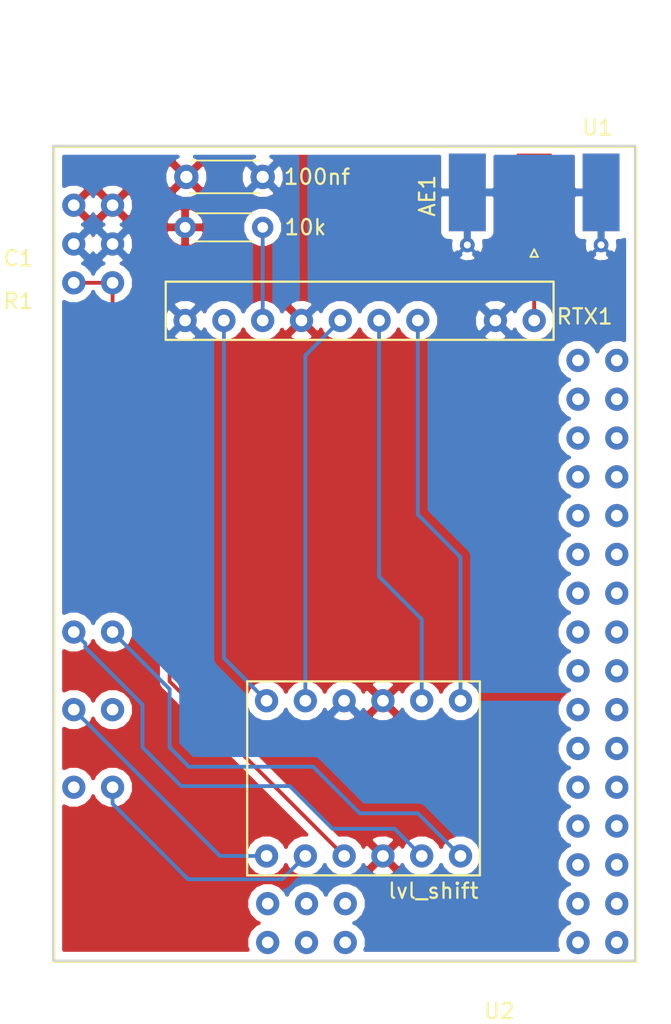
<source format=kicad_pcb>
(kicad_pcb (version 20171130) (host pcbnew 5.0.2+dfsg1-1)

  (general
    (thickness 1.6)
    (drawings 4)
    (tracks 49)
    (zones 0)
    (modules 6)
    (nets 14)
  )

  (page A4)
  (layers
    (0 F.Cu signal)
    (31 B.Cu signal)
    (32 B.Adhes user)
    (33 F.Adhes user)
    (34 B.Paste user)
    (35 F.Paste user)
    (36 B.SilkS user)
    (37 F.SilkS user)
    (38 B.Mask user)
    (39 F.Mask user)
    (40 Dwgs.User user)
    (41 Cmts.User user)
    (42 Eco1.User user)
    (43 Eco2.User user)
    (44 Edge.Cuts user)
    (45 Margin user)
    (46 B.CrtYd user)
    (47 F.CrtYd user)
    (48 B.Fab user)
    (49 F.Fab user)
  )

  (setup
    (last_trace_width 0.25)
    (trace_clearance 0.2)
    (zone_clearance 0.508)
    (zone_45_only no)
    (trace_min 0.2)
    (segment_width 0.2)
    (edge_width 0.15)
    (via_size 0.8)
    (via_drill 0.4)
    (via_min_size 0.4)
    (via_min_drill 0.3)
    (uvia_size 0.3)
    (uvia_drill 0.1)
    (uvias_allowed no)
    (uvia_min_size 0.2)
    (uvia_min_drill 0.1)
    (pcb_text_width 0.3)
    (pcb_text_size 1.5 1.5)
    (mod_edge_width 0.15)
    (mod_text_size 1 1)
    (mod_text_width 0.15)
    (pad_size 1.524 1.524)
    (pad_drill 0.762)
    (pad_to_mask_clearance 0.051)
    (solder_mask_min_width 0.25)
    (aux_axis_origin 0 0)
    (visible_elements FFFFFF7F)
    (pcbplotparams
      (layerselection 0x010fc_ffffffff)
      (usegerberextensions false)
      (usegerberattributes false)
      (usegerberadvancedattributes false)
      (creategerberjobfile false)
      (excludeedgelayer true)
      (linewidth 0.100000)
      (plotframeref false)
      (viasonmask false)
      (mode 1)
      (useauxorigin false)
      (hpglpennumber 1)
      (hpglpenspeed 20)
      (hpglpendiameter 15.000000)
      (psnegative false)
      (psa4output false)
      (plotreference true)
      (plotvalue true)
      (plotinvisibletext false)
      (padsonsilk false)
      (subtractmaskfromsilk false)
      (outputformat 1)
      (mirror false)
      (drillshape 1)
      (scaleselection 1)
      (outputdirectory ""))
  )

  (net 0 "")
  (net 1 "Net-(AE1-Pad1)")
  (net 2 GND)
  (net 3 "Net-(R1-Pad1)")
  (net 4 +5V)
  (net 5 "Net-(RTX1-Pad4)")
  (net 6 "Net-(RTX1-Pad5)")
  (net 7 "Net-(RTX1-Pad6)")
  (net 8 "Net-(RTX1-Pad9)")
  (net 9 +3V3)
  (net 10 "Net-(U1-PadD14)")
  (net 11 "Net-(U1-PadD15)")
  (net 12 "Net-(U1-PadD19)")
  (net 13 "Net-(U1-PadD22)")

  (net_class Default "This is the default net class."
    (clearance 0.2)
    (trace_width 0.25)
    (via_dia 0.8)
    (via_drill 0.4)
    (uvia_dia 0.3)
    (uvia_drill 0.1)
    (add_net +3V3)
    (add_net +5V)
    (add_net GND)
    (add_net "Net-(AE1-Pad1)")
    (add_net "Net-(R1-Pad1)")
    (add_net "Net-(RTX1-Pad4)")
    (add_net "Net-(RTX1-Pad5)")
    (add_net "Net-(RTX1-Pad6)")
    (add_net "Net-(RTX1-Pad9)")
    (add_net "Net-(U1-PadD14)")
    (add_net "Net-(U1-PadD15)")
    (add_net "Net-(U1-PadD19)")
    (add_net "Net-(U1-PadD22)")
  )

  (module Resistor_THT:R_Axial_DIN0204_L3.6mm_D1.6mm_P5.08mm_Horizontal (layer F.Cu) (tedit 5D9496BD) (tstamp 5DA1066F)
    (at 133.604 69.85 180)
    (descr "Resistor, Axial_DIN0204 series, Axial, Horizontal, pin pitch=5.08mm, 0.167W, length*diameter=3.6*1.6mm^2, http://cdn-reichelt.de/documents/datenblatt/B400/1_4W%23YAG.pdf")
    (tags "Resistor Axial_DIN0204 series Axial Horizontal pin pitch 5.08mm 0.167W length 3.6mm diameter 1.6mm")
    (path /5C2E6939)
    (fp_text reference R1 (at 16.002 -4.826 180) (layer F.SilkS)
      (effects (font (size 1 1) (thickness 0.15)))
    )
    (fp_text value 10k (at -2.794 0 180) (layer F.SilkS)
      (effects (font (size 1 1) (thickness 0.15)))
    )
    (fp_line (start 0.74 -0.8) (end 0.74 0.8) (layer F.Fab) (width 0.1))
    (fp_line (start 0.74 0.8) (end 4.34 0.8) (layer F.Fab) (width 0.1))
    (fp_line (start 4.34 0.8) (end 4.34 -0.8) (layer F.Fab) (width 0.1))
    (fp_line (start 4.34 -0.8) (end 0.74 -0.8) (layer F.Fab) (width 0.1))
    (fp_line (start 0 0) (end 0.74 0) (layer F.Fab) (width 0.1))
    (fp_line (start 5.08 0) (end 4.34 0) (layer F.Fab) (width 0.1))
    (fp_line (start 0.62 -0.92) (end 4.46 -0.92) (layer F.SilkS) (width 0.12))
    (fp_line (start 0.62 0.92) (end 4.46 0.92) (layer F.SilkS) (width 0.12))
    (fp_line (start -0.95 -1.05) (end -0.95 1.05) (layer F.CrtYd) (width 0.05))
    (fp_line (start -0.95 1.05) (end 6.03 1.05) (layer F.CrtYd) (width 0.05))
    (fp_line (start 6.03 1.05) (end 6.03 -1.05) (layer F.CrtYd) (width 0.05))
    (fp_line (start 6.03 -1.05) (end -0.95 -1.05) (layer F.CrtYd) (width 0.05))
    (fp_text user %R (at -11.176 -0.508 180) (layer F.Fab)
      (effects (font (size 0.72 0.72) (thickness 0.108)))
    )
    (pad 1 thru_hole circle (at 0 0 180) (size 1.4 1.4) (drill 0.7) (layers *.Cu *.Mask)
      (net 3 "Net-(R1-Pad1)"))
    (pad 2 thru_hole oval (at 5.08 0 180) (size 1.4 1.4) (drill 0.7) (layers *.Cu *.Mask)
      (net 2 GND))
    (model ${KISYS3DMOD}/Resistor_THT.3dshapes/R_Axial_DIN0204_L3.6mm_D1.6mm_P5.08mm_Horizontal.wrl
      (at (xyz 0 0 0))
      (scale (xyz 1 1 1))
      (rotate (xyz 0 0 0))
    )
  )

  (module Capacitor_THT:C_Disc_D4.3mm_W1.9mm_P5.00mm (layer F.Cu) (tedit 5D9496B6) (tstamp 5DA1065C)
    (at 128.604 66.548)
    (descr "C, Disc series, Radial, pin pitch=5.00mm, , diameter*width=4.3*1.9mm^2, Capacitor, http://www.vishay.com/docs/45233/krseries.pdf")
    (tags "C Disc series Radial pin pitch 5.00mm  diameter 4.3mm width 1.9mm Capacitor")
    (path /5C2E573F)
    (fp_text reference C1 (at -11.002 5.334) (layer F.SilkS)
      (effects (font (size 1 1) (thickness 0.15)))
    )
    (fp_text value 100nf (at 8.556 0) (layer F.SilkS)
      (effects (font (size 1 1) (thickness 0.15)))
    )
    (fp_line (start 0.35 -0.95) (end 0.35 0.95) (layer F.Fab) (width 0.1))
    (fp_line (start 0.35 0.95) (end 4.65 0.95) (layer F.Fab) (width 0.1))
    (fp_line (start 4.65 0.95) (end 4.65 -0.95) (layer F.Fab) (width 0.1))
    (fp_line (start 4.65 -0.95) (end 0.35 -0.95) (layer F.Fab) (width 0.1))
    (fp_line (start 0.23 -1.07) (end 4.77 -1.07) (layer F.SilkS) (width 0.12))
    (fp_line (start 0.23 1.07) (end 4.77 1.07) (layer F.SilkS) (width 0.12))
    (fp_line (start 0.23 -1.07) (end 0.23 -1.055) (layer F.SilkS) (width 0.12))
    (fp_line (start 0.23 1.055) (end 0.23 1.07) (layer F.SilkS) (width 0.12))
    (fp_line (start 4.77 -1.07) (end 4.77 -1.055) (layer F.SilkS) (width 0.12))
    (fp_line (start 4.77 1.055) (end 4.77 1.07) (layer F.SilkS) (width 0.12))
    (fp_line (start -1.05 -1.2) (end -1.05 1.2) (layer F.CrtYd) (width 0.05))
    (fp_line (start -1.05 1.2) (end 6.05 1.2) (layer F.CrtYd) (width 0.05))
    (fp_line (start 6.05 1.2) (end 6.05 -1.2) (layer F.CrtYd) (width 0.05))
    (fp_line (start 6.05 -1.2) (end -1.05 -1.2) (layer F.CrtYd) (width 0.05))
    (fp_text user %R (at -11.256 1.524) (layer F.Fab)
      (effects (font (size 0.86 0.86) (thickness 0.129)))
    )
    (pad 1 thru_hole circle (at 0 0) (size 1.6 1.6) (drill 0.8) (layers *.Cu *.Mask)
      (net 2 GND))
    (pad 2 thru_hole circle (at 5 0) (size 1.6 1.6) (drill 0.8) (layers *.Cu *.Mask)
      (net 4 +5V))
    (model ${KISYS3DMOD}/Capacitor_THT.3dshapes/C_Disc_D4.3mm_W1.9mm_P5.00mm.wrl
      (at (xyz 0 0 0))
      (scale (xyz 1 1 1))
      (rotate (xyz 0 0 0))
    )
  )

  (module usrlib:robotdyn_mega_pro (layer F.Cu) (tedit 5D94964D) (tstamp 5DA106BA)
    (at 139.013001 91.261001)
    (path /5D948413)
    (fp_text reference U1 (at 16.51 -27.94) (layer F.SilkS)
      (effects (font (size 1 1) (thickness 0.15)))
    )
    (fp_text value avr_mega_pro (at -11.43 -27.94) (layer F.Fab)
      (effects (font (size 1 1) (thickness 0.15)))
    )
    (fp_line (start -19.05 -26.67) (end -19.05 26.67) (layer F.SilkS) (width 0.15))
    (fp_line (start -19.05 26.67) (end 19.05 26.67) (layer F.SilkS) (width 0.15))
    (fp_line (start 19.05 26.67) (end 19.05 -26.67) (layer F.SilkS) (width 0.15))
    (fp_line (start 19.05 -26.67) (end -19.05 -26.67) (layer F.SilkS) (width 0.15))
    (pad GND thru_hole circle (at -17.78 -22.86) (size 1.524 1.524) (drill 0.762) (layers *.Cu *.Mask)
      (net 2 GND))
    (pad GND thru_hole circle (at -15.24 -22.86) (size 1.524 1.524) (drill 0.762) (layers *.Cu *.Mask)
      (net 2 GND))
    (pad 5V thru_hole circle (at -17.78 -20.32) (size 1.524 1.524) (drill 0.762) (layers *.Cu *.Mask)
      (net 4 +5V))
    (pad 5V thru_hole circle (at -15.24 -20.32) (size 1.524 1.524) (drill 0.762) (layers *.Cu *.Mask)
      (net 4 +5V))
    (pad 3V3 thru_hole circle (at -17.78 -17.78) (size 1.524 1.524) (drill 0.762) (layers *.Cu *.Mask)
      (net 9 +3V3))
    (pad 3V3 thru_hole circle (at -15.24 -17.78) (size 1.524 1.524) (drill 0.762) (layers *.Cu *.Mask)
      (net 9 +3V3))
    (pad D14 thru_hole circle (at -15.24 5.08) (size 1.524 1.524) (drill 0.762) (layers *.Cu *.Mask)
      (net 10 "Net-(U1-PadD14)"))
    (pad D15 thru_hole circle (at -17.78 5.08) (size 1.524 1.524) (drill 0.762) (layers *.Cu *.Mask)
      (net 11 "Net-(U1-PadD15)"))
    (pad D19 thru_hole circle (at -17.78 10.16) (size 1.524 1.524) (drill 0.762) (layers *.Cu *.Mask)
      (net 12 "Net-(U1-PadD19)"))
    (pad D18 thru_hole circle (at -15.24 10.16) (size 1.524 1.524) (drill 0.762) (layers *.Cu *.Mask))
    (pad D23 thru_hole circle (at -17.78 15.24) (size 1.524 1.524) (drill 0.762) (layers *.Cu *.Mask))
    (pad D22 thru_hole circle (at -15.24 15.24) (size 1.524 1.524) (drill 0.762) (layers *.Cu *.Mask)
      (net 13 "Net-(U1-PadD22)"))
    (pad D35 thru_hole circle (at 15.24 10.16) (size 1.524 1.524) (drill 0.762) (layers *.Cu *.Mask))
    (pad A9 thru_hole circle (at 15.24 -2.54) (size 1.524 1.524) (drill 0.762) (layers *.Cu *.Mask))
    (pad A5 thru_hole circle (at 15.24 -7.62) (size 1.524 1.524) (drill 0.762) (layers *.Cu *.Mask))
    (pad A12 thru_hole circle (at 17.78 2.54) (size 1.524 1.524) (drill 0.762) (layers *.Cu *.Mask))
    (pad A15 thru_hole circle (at 15.24 5.08) (size 1.524 1.524) (drill 0.762) (layers *.Cu *.Mask))
    (pad A10 thru_hole circle (at 17.78 0) (size 1.524 1.524) (drill 0.762) (layers *.Cu *.Mask))
    (pad A4 thru_hole circle (at 17.78 -7.62) (size 1.524 1.524) (drill 0.762) (layers *.Cu *.Mask))
    (pad D36 thru_hole circle (at 17.78 12.7) (size 1.524 1.524) (drill 0.762) (layers *.Cu *.Mask))
    (pad D33 thru_hole circle (at 15.24 7.62) (size 1.524 1.524) (drill 0.762) (layers *.Cu *.Mask))
    (pad A8 thru_hole circle (at 17.78 -2.54) (size 1.524 1.524) (drill 0.762) (layers *.Cu *.Mask))
    (pad D32 thru_hole circle (at 17.78 7.62) (size 1.524 1.524) (drill 0.762) (layers *.Cu *.Mask))
    (pad A14 thru_hole circle (at 17.78 5.08) (size 1.524 1.524) (drill 0.762) (layers *.Cu *.Mask))
    (pad A11 thru_hole circle (at 15.24 0) (size 1.524 1.524) (drill 0.762) (layers *.Cu *.Mask))
    (pad D37 thru_hole circle (at 15.24 12.7) (size 1.524 1.524) (drill 0.762) (layers *.Cu *.Mask))
    (pad D34 thru_hole circle (at 17.78 10.16) (size 1.524 1.524) (drill 0.762) (layers *.Cu *.Mask))
    (pad A7 thru_hole circle (at 15.24 -5.08) (size 1.524 1.524) (drill 0.762) (layers *.Cu *.Mask))
    (pad A13 thru_hole circle (at 15.24 2.54) (size 1.524 1.524) (drill 0.762) (layers *.Cu *.Mask))
    (pad A6 thru_hole circle (at 17.78 -5.08) (size 1.524 1.524) (drill 0.762) (layers *.Cu *.Mask))
    (pad D39 thru_hole circle (at 15.24 15.24) (size 1.524 1.524) (drill 0.762) (layers *.Cu *.Mask))
    (pad D44 thru_hole circle (at 17.78 22.86) (size 1.524 1.524) (drill 0.762) (layers *.Cu *.Mask))
    (pad D41 thru_hole circle (at 15.24 17.78) (size 1.524 1.524) (drill 0.762) (layers *.Cu *.Mask))
    (pad D42 thru_hole circle (at 17.78 20.32) (size 1.524 1.524) (drill 0.762) (layers *.Cu *.Mask))
    (pad D38 thru_hole circle (at 17.78 15.24) (size 1.524 1.524) (drill 0.762) (layers *.Cu *.Mask))
    (pad D46 thru_hole circle (at 17.78 25.4) (size 1.524 1.524) (drill 0.762) (layers *.Cu *.Mask))
    (pad D40 thru_hole circle (at 17.78 17.78) (size 1.524 1.524) (drill 0.762) (layers *.Cu *.Mask))
    (pad D43 thru_hole circle (at 15.24 20.32) (size 1.524 1.524) (drill 0.762) (layers *.Cu *.Mask))
    (pad D45 thru_hole circle (at 15.24 22.86) (size 1.524 1.524) (drill 0.762) (layers *.Cu *.Mask))
    (pad D47 thru_hole circle (at 15.24 25.4) (size 1.524 1.524) (drill 0.762) (layers *.Cu *.Mask))
    (pad I4 thru_hole circle (at -2.54 25.4 90) (size 1.524 1.524) (drill 0.762) (layers *.Cu *.Mask))
    (pad I6 thru_hole circle (at -5.08 25.4 90) (size 1.524 1.524) (drill 0.762) (layers *.Cu *.Mask))
    (pad I1 thru_hole circle (at 0 22.86 90) (size 1.524 1.524) (drill 0.762) (layers *.Cu *.Mask))
    (pad I5 thru_hole circle (at -5.08 22.86 90) (size 1.524 1.524) (drill 0.762) (layers *.Cu *.Mask))
    (pad I2 thru_hole circle (at 0 25.4 90) (size 1.524 1.524) (drill 0.762) (layers *.Cu *.Mask))
    (pad I3 thru_hole circle (at -2.54 22.86 90) (size 1.524 1.524) (drill 0.762) (layers *.Cu *.Mask))
    (pad A1 thru_hole circle (at 15.24 -12.7) (size 1.524 1.524) (drill 0.762) (layers *.Cu *.Mask))
    (pad A3 thru_hole circle (at 15.24 -10.16) (size 1.524 1.524) (drill 0.762) (layers *.Cu *.Mask))
    (pad A2 thru_hole circle (at 17.78 -10.16) (size 1.524 1.524) (drill 0.762) (layers *.Cu *.Mask))
    (pad A0 thru_hole circle (at 17.78 -12.7) (size 1.524 1.524) (drill 0.762) (layers *.Cu *.Mask))
  )

  (module usrlib:lvl_shift (layer F.Cu) (tedit 5D9496D5) (tstamp 5DAC46AC)
    (at 140.208 105.918)
    (path /5D949899)
    (fp_text reference U2 (at 8.89 15.24) (layer F.SilkS)
      (effects (font (size 1 1) (thickness 0.15)))
    )
    (fp_text value lvl_shift (at 4.572 7.366) (layer F.SilkS)
      (effects (font (size 1 1) (thickness 0.15)))
    )
    (fp_line (start -7.62 6.35) (end -7.62 -6.35) (layer F.SilkS) (width 0.15))
    (fp_line (start -7.62 -6.35) (end 7.62 -6.35) (layer F.SilkS) (width 0.15))
    (fp_line (start 7.62 -6.35) (end 7.62 6.35) (layer F.SilkS) (width 0.15))
    (fp_line (start 7.62 6.35) (end -7.62 6.35) (layer F.SilkS) (width 0.15))
    (pad H1 thru_hole circle (at -6.35 -5.08) (size 1.524 1.524) (drill 0.762) (layers *.Cu *.Mask)
      (net 8 "Net-(RTX1-Pad9)"))
    (pad H2 thru_hole circle (at -3.81 -5.08) (size 1.524 1.524) (drill 0.762) (layers *.Cu *.Mask)
      (net 7 "Net-(RTX1-Pad6)"))
    (pad 5V thru_hole circle (at -1.27 -5.08) (size 1.524 1.524) (drill 0.762) (layers *.Cu *.Mask)
      (net 4 +5V))
    (pad GND thru_hole circle (at 1.27 -5.08) (size 1.524 1.524) (drill 0.762) (layers *.Cu *.Mask)
      (net 2 GND))
    (pad H3 thru_hole circle (at 3.81 -5.08) (size 1.524 1.524) (drill 0.762) (layers *.Cu *.Mask)
      (net 6 "Net-(RTX1-Pad5)"))
    (pad H4 thru_hole circle (at 6.35 -5.08) (size 1.524 1.524) (drill 0.762) (layers *.Cu *.Mask)
      (net 5 "Net-(RTX1-Pad4)"))
    (pad L4 thru_hole circle (at 6.35 5.08) (size 1.524 1.524) (drill 0.762) (layers *.Cu *.Mask)
      (net 10 "Net-(U1-PadD14)"))
    (pad L3 thru_hole circle (at 3.81 5.08) (size 1.524 1.524) (drill 0.762) (layers *.Cu *.Mask)
      (net 11 "Net-(U1-PadD15)"))
    (pad GND thru_hole circle (at 1.27 5.08) (size 1.524 1.524) (drill 0.762) (layers *.Cu *.Mask)
      (net 2 GND))
    (pad 3V3 thru_hole circle (at -1.27 5.08) (size 1.524 1.524) (drill 0.762) (layers *.Cu *.Mask)
      (net 9 +3V3))
    (pad L2 thru_hole circle (at -3.81 5.08) (size 1.524 1.524) (drill 0.762) (layers *.Cu *.Mask)
      (net 13 "Net-(U1-PadD22)"))
    (pad L1 thru_hole circle (at -6.35 5.08) (size 1.524 1.524) (drill 0.762) (layers *.Cu *.Mask)
      (net 12 "Net-(U1-PadD19)"))
  )

  (module "usrlib:Aurel RTX MID 5v" (layer F.Cu) (tedit 5D68EA2A) (tstamp 5DA10680)
    (at 139.954 75.946 180)
    (path /5D68F5C0)
    (fp_text reference RTX1 (at -14.732 0.254 180) (layer F.SilkS)
      (effects (font (size 1 1) (thickness 0.15)))
    )
    (fp_text value RTX-MID (at -0.762 3.556 180) (layer F.Fab)
      (effects (font (size 1 1) (thickness 0.15)))
    )
    (fp_line (start 12.7 -1.27) (end -12.7 -1.27) (layer F.SilkS) (width 0.15))
    (fp_line (start -12.7 -1.27) (end -12.7 2.54) (layer F.SilkS) (width 0.15))
    (fp_line (start -12.7 2.54) (end 12.7 2.54) (layer F.SilkS) (width 0.15))
    (fp_line (start 12.7 2.54) (end 12.7 -1.27) (layer F.SilkS) (width 0.15))
    (pad 1 thru_hole circle (at -11.43 0 180) (size 1.524 1.524) (drill 0.762) (layers *.Cu *.Mask)
      (net 1 "Net-(AE1-Pad1)"))
    (pad 2 thru_hole circle (at -8.89 0 180) (size 1.524 1.524) (drill 0.762) (layers *.Cu *.Mask)
      (net 2 GND))
    (pad 4 thru_hole circle (at -3.81 0 180) (size 1.524 1.524) (drill 0.762) (layers *.Cu *.Mask)
      (net 5 "Net-(RTX1-Pad4)"))
    (pad 5 thru_hole circle (at -1.27 0 180) (size 1.524 1.524) (drill 0.762) (layers *.Cu *.Mask)
      (net 6 "Net-(RTX1-Pad5)"))
    (pad 6 thru_hole circle (at 1.27 0 180) (size 1.524 1.524) (drill 0.762) (layers *.Cu *.Mask)
      (net 7 "Net-(RTX1-Pad6)"))
    (pad 7 thru_hole circle (at 3.81 0 180) (size 1.524 1.524) (drill 0.762) (layers *.Cu *.Mask)
      (net 2 GND))
    (pad 8 thru_hole circle (at 6.35 0 180) (size 1.524 1.524) (drill 0.762) (layers *.Cu *.Mask)
      (net 3 "Net-(R1-Pad1)"))
    (pad 9 thru_hole circle (at 8.89 0 180) (size 1.524 1.524) (drill 0.762) (layers *.Cu *.Mask)
      (net 8 "Net-(RTX1-Pad9)"))
    (pad 10 thru_hole circle (at 11.43 0 180) (size 1.524 1.524) (drill 0.762) (layers *.Cu *.Mask)
      (net 4 +5V))
  )

  (module Connector_Coaxial:SMA_Molex_73251-1153_EdgeMount_Horizontal (layer F.Cu) (tedit 5A1B666F) (tstamp 5DA12A58)
    (at 151.384 69.284 270)
    (descr "Molex SMA RF Connectors, Edge Mount, (http://www.molex.com/pdm_docs/sd/732511150_sd.pdf)")
    (tags "sma edge")
    (path /5C2F2DFC)
    (attr smd)
    (fp_text reference AE1 (at -1.5 7 270) (layer F.SilkS)
      (effects (font (size 1 1) (thickness 0.15)))
    )
    (fp_text value Antenna_Shield (at -1.212 -8.128 270) (layer F.Fab)
      (effects (font (size 1 1) (thickness 0.15)))
    )
    (fp_text user %R (at -1.5 7 270) (layer F.Fab)
      (effects (font (size 1 1) (thickness 0.15)))
    )
    (fp_line (start 2.5 0.25) (end 2.5 -0.25) (layer F.Fab) (width 0.1))
    (fp_line (start 2 0) (end 2.5 0.25) (layer F.Fab) (width 0.1))
    (fp_line (start 2.5 -0.25) (end 2 0) (layer F.Fab) (width 0.1))
    (fp_line (start 2.5 0.25) (end 2 0) (layer F.SilkS) (width 0.12))
    (fp_line (start 2.5 -0.25) (end 2.5 0.25) (layer F.SilkS) (width 0.12))
    (fp_line (start 2 0) (end 2.5 -0.25) (layer F.SilkS) (width 0.12))
    (fp_line (start -4.76 -0.38) (end 0.49 -0.38) (layer F.Fab) (width 0.1))
    (fp_line (start -4.76 0.38) (end 0.49 0.38) (layer F.Fab) (width 0.1))
    (fp_line (start 0.49 -0.38) (end 0.49 0.38) (layer F.Fab) (width 0.1))
    (fp_line (start 0.49 3.75) (end 0.49 4.76) (layer F.Fab) (width 0.1))
    (fp_line (start 0.49 -4.76) (end 0.49 -3.75) (layer F.Fab) (width 0.1))
    (fp_line (start -14.29 -6.09) (end -14.29 6.09) (layer F.CrtYd) (width 0.05))
    (fp_line (start -14.29 6.09) (end 2.71 6.09) (layer F.CrtYd) (width 0.05))
    (fp_line (start 2.71 -6.09) (end 2.71 6.09) (layer B.CrtYd) (width 0.05))
    (fp_line (start -14.29 -6.09) (end 2.71 -6.09) (layer B.CrtYd) (width 0.05))
    (fp_line (start -14.29 -6.09) (end -14.29 6.09) (layer B.CrtYd) (width 0.05))
    (fp_line (start -14.29 6.09) (end 2.71 6.09) (layer B.CrtYd) (width 0.05))
    (fp_line (start 2.71 -6.09) (end 2.71 6.09) (layer F.CrtYd) (width 0.05))
    (fp_line (start 2.71 -6.09) (end -14.29 -6.09) (layer F.CrtYd) (width 0.05))
    (fp_line (start -4.76 -3.75) (end 0.49 -3.75) (layer F.Fab) (width 0.1))
    (fp_line (start -4.76 3.75) (end 0.49 3.75) (layer F.Fab) (width 0.1))
    (fp_line (start -13.79 -2.65) (end -5.91 -2.65) (layer F.Fab) (width 0.1))
    (fp_line (start -13.79 -2.65) (end -13.79 2.65) (layer F.Fab) (width 0.1))
    (fp_line (start -13.79 2.65) (end -5.91 2.65) (layer F.Fab) (width 0.1))
    (fp_line (start -4.76 -3.75) (end -4.76 3.75) (layer F.Fab) (width 0.1))
    (fp_line (start 0.49 -4.76) (end -5.91 -4.76) (layer F.Fab) (width 0.1))
    (fp_line (start -5.91 -4.76) (end -5.91 4.76) (layer F.Fab) (width 0.1))
    (fp_line (start -5.91 4.76) (end 0.49 4.76) (layer F.Fab) (width 0.1))
    (pad 1 smd rect (at -1.72 0 270) (size 5.08 2.29) (layers F.Cu F.Paste F.Mask)
      (net 1 "Net-(AE1-Pad1)"))
    (pad 2 smd rect (at -1.72 -4.38 270) (size 5.08 2.42) (layers F.Cu F.Paste F.Mask)
      (net 2 GND))
    (pad 2 smd rect (at -1.72 4.38 270) (size 5.08 2.42) (layers F.Cu F.Paste F.Mask)
      (net 2 GND))
    (pad 2 smd rect (at -1.72 -4.38 270) (size 5.08 2.42) (layers B.Cu B.Paste B.Mask)
      (net 2 GND))
    (pad 2 smd rect (at -1.72 4.38 270) (size 5.08 2.42) (layers B.Cu B.Paste B.Mask)
      (net 2 GND))
    (pad 2 thru_hole circle (at 1.72 -4.38 270) (size 0.97 0.97) (drill 0.46) (layers *.Cu)
      (net 2 GND))
    (pad 2 thru_hole circle (at 1.72 4.38 270) (size 0.97 0.97) (drill 0.46) (layers *.Cu)
      (net 2 GND))
    (pad 2 smd rect (at 1.27 -4.38 270) (size 0.95 0.46) (layers F.Cu)
      (net 2 GND))
    (pad 2 smd rect (at 1.27 4.38 270) (size 0.95 0.46) (layers F.Cu)
      (net 2 GND))
    (pad 2 smd rect (at 1.27 -4.38 270) (size 0.95 0.46) (layers B.Cu)
      (net 2 GND))
    (pad 2 smd rect (at 1.27 4.38 270) (size 0.95 0.46) (layers B.Cu)
      (net 2 GND))
    (model ${KISYS3DMOD}/Connector_Coaxial.3dshapes/SMA_Molex_73251-1153_EdgeMount_Horizontal.wrl
      (at (xyz 0 0 0))
      (scale (xyz 1 1 1))
      (rotate (xyz 0 0 0))
    )
  )

  (gr_line (start 157.988 64.516) (end 119.888 64.516) (layer Edge.Cuts) (width 0.15))
  (gr_line (start 157.988 117.856) (end 157.988 64.516) (layer Edge.Cuts) (width 0.15))
  (gr_line (start 119.888 117.856) (end 157.988 117.856) (layer Edge.Cuts) (width 0.15))
  (gr_line (start 119.888 64.516) (end 119.888 117.856) (layer Edge.Cuts) (width 0.15))

  (segment (start 151.384 74.86837) (end 151.384 67.564) (width 0.25) (layer F.Cu) (net 1))
  (segment (start 151.384 75.946) (end 151.384 74.86837) (width 0.25) (layer F.Cu) (net 1))
  (segment (start 146.519001 71.488999) (end 146.443001 71.488999) (width 0.25) (layer B.Cu) (net 2))
  (segment (start 146.519001 71.488999) (end 147.004 71.004) (width 0.25) (layer B.Cu) (net 2))
  (segment (start 147.004 71.004) (end 147.574 71.574) (width 0.25) (layer B.Cu) (net 2))
  (segment (start 155.764 71.004) (end 155.194 71.574) (width 0.25) (layer B.Cu) (net 2))
  (segment (start 156.248999 71.488999) (end 156.324999 71.488999) (width 0.25) (layer B.Cu) (net 2))
  (segment (start 155.764 71.004) (end 156.248999 71.488999) (width 0.25) (layer B.Cu) (net 2))
  (segment (start 156.324999 71.488999) (end 156.464 71.628) (width 0.25) (layer B.Cu) (net 2))
  (segment (start 133.604 74.86837) (end 133.604 69.85) (width 0.25) (layer B.Cu) (net 3))
  (segment (start 133.604 75.946) (end 133.604 74.86837) (width 0.25) (layer B.Cu) (net 3))
  (segment (start 143.764 75.946) (end 143.764 88.646) (width 0.25) (layer B.Cu) (net 5))
  (segment (start 146.558 91.44) (end 146.558 100.838) (width 0.25) (layer B.Cu) (net 5))
  (segment (start 143.764 88.646) (end 146.558 91.44) (width 0.25) (layer B.Cu) (net 5))
  (segment (start 141.224 75.946) (end 141.224 92.71) (width 0.25) (layer B.Cu) (net 6))
  (segment (start 144.018 95.504) (end 144.018 100.838) (width 0.25) (layer B.Cu) (net 6))
  (segment (start 141.224 92.71) (end 144.018 95.504) (width 0.25) (layer B.Cu) (net 6))
  (segment (start 136.398 78.232) (end 138.684 75.946) (width 0.25) (layer B.Cu) (net 7))
  (segment (start 136.398 100.838) (end 136.398 78.232) (width 0.25) (layer B.Cu) (net 7))
  (segment (start 131.064 98.044) (end 133.858 100.838) (width 0.25) (layer B.Cu) (net 8))
  (segment (start 131.064 75.946) (end 131.064 98.044) (width 0.25) (layer B.Cu) (net 8))
  (segment (start 123.773001 73.481001) (end 123.773001 91.515001) (width 0.25) (layer F.Cu) (net 9))
  (segment (start 123.773001 91.515001) (end 127.508 95.25) (width 0.25) (layer F.Cu) (net 9))
  (segment (start 127.508 99.568) (end 138.938 110.998) (width 0.25) (layer F.Cu) (net 9))
  (segment (start 127.508 95.25) (end 127.508 99.568) (width 0.25) (layer F.Cu) (net 9))
  (segment (start 122.310631 73.481001) (end 123.773001 73.481001) (width 0.25) (layer F.Cu) (net 9))
  (segment (start 121.233001 73.481001) (end 122.310631 73.481001) (width 0.25) (layer F.Cu) (net 9))
  (segment (start 143.764 108.204) (end 146.558 110.998) (width 0.25) (layer B.Cu) (net 10))
  (segment (start 127.508 100.076) (end 127.508 103.886) (width 0.25) (layer B.Cu) (net 10))
  (segment (start 123.773001 96.341001) (end 127.508 100.076) (width 0.25) (layer B.Cu) (net 10))
  (segment (start 139.954 108.204) (end 143.764 108.204) (width 0.25) (layer B.Cu) (net 10))
  (segment (start 128.778 105.156) (end 136.906 105.156) (width 0.25) (layer B.Cu) (net 10))
  (segment (start 127.508 103.886) (end 128.778 105.156) (width 0.25) (layer B.Cu) (net 10))
  (segment (start 136.906 105.156) (end 139.954 108.204) (width 0.25) (layer B.Cu) (net 10))
  (segment (start 121.995 97.103) (end 121.995 97.357) (width 0.25) (layer B.Cu) (net 11))
  (segment (start 121.233001 96.341001) (end 121.995 97.103) (width 0.25) (layer B.Cu) (net 11))
  (segment (start 121.995 97.357) (end 125.73 101.092) (width 0.25) (layer B.Cu) (net 11))
  (segment (start 125.73 101.092) (end 125.73 103.886) (width 0.25) (layer B.Cu) (net 11))
  (segment (start 125.73 103.886) (end 128.27 106.426) (width 0.25) (layer B.Cu) (net 11))
  (segment (start 128.27 106.426) (end 135.382 106.426) (width 0.25) (layer B.Cu) (net 11))
  (segment (start 135.382 106.426) (end 138.176 109.22) (width 0.25) (layer B.Cu) (net 11))
  (segment (start 142.24 109.22) (end 144.018 110.998) (width 0.25) (layer B.Cu) (net 11))
  (segment (start 138.176 109.22) (end 142.24 109.22) (width 0.25) (layer B.Cu) (net 11))
  (segment (start 130.81 110.998) (end 133.858 110.998) (width 0.25) (layer B.Cu) (net 12))
  (segment (start 121.233001 101.421001) (end 130.81 110.998) (width 0.25) (layer B.Cu) (net 12))
  (segment (start 123.773001 107.578631) (end 128.71637 112.522) (width 0.25) (layer B.Cu) (net 13))
  (segment (start 123.773001 106.501001) (end 123.773001 107.578631) (width 0.25) (layer B.Cu) (net 13))
  (segment (start 134.874 112.522) (end 136.398 110.998) (width 0.25) (layer B.Cu) (net 13))
  (segment (start 128.71637 112.522) (end 134.874 112.522) (width 0.25) (layer B.Cu) (net 13))

  (zone (net 2) (net_name GND) (layer F.Cu) (tstamp 0) (hatch edge 0.508)
    (connect_pads (clearance 0.508))
    (min_thickness 0.254)
    (fill yes (arc_segments 16) (thermal_gap 0.508) (thermal_bridge_width 0.508))
    (polygon
      (pts
        (xy 119.888 64.516) (xy 119.888 117.856) (xy 157.988 117.856) (xy 157.988 64.516)
      )
    )
    (filled_polygon
      (pts
        (xy 127.849995 65.294136) (xy 127.775861 65.540255) (xy 128.604 66.368395) (xy 129.432139 65.540255) (xy 129.358005 65.294136)
        (xy 129.168443 65.226) (xy 133.045755 65.226) (xy 132.791138 65.331466) (xy 132.387466 65.735138) (xy 132.169 66.262561)
        (xy 132.169 66.833439) (xy 132.387466 67.360862) (xy 132.791138 67.764534) (xy 133.318561 67.983) (xy 133.889439 67.983)
        (xy 134.211132 67.84975) (xy 145.159 67.84975) (xy 145.159 70.230309) (xy 145.255673 70.463698) (xy 145.434301 70.642327)
        (xy 145.66769 70.739) (xy 145.911871 70.739) (xy 145.870851 70.862564) (xy 145.902982 71.306968) (xy 146.011232 71.568308)
        (xy 146.2248 71.603595) (xy 146.337685 71.49071) (xy 146.414301 71.567327) (xy 146.559949 71.627656) (xy 146.404405 71.7832)
        (xy 146.439692 71.996768) (xy 146.862564 72.137149) (xy 147.306968 72.105018) (xy 147.568308 71.996768) (xy 147.603595 71.7832)
        (xy 147.448051 71.627656) (xy 147.593699 71.567327) (xy 147.670315 71.49071) (xy 147.7832 71.603595) (xy 147.996768 71.568308)
        (xy 148.137149 71.145436) (xy 148.107763 70.739) (xy 148.34031 70.739) (xy 148.573699 70.642327) (xy 148.752327 70.463698)
        (xy 148.849 70.230309) (xy 148.849 67.84975) (xy 148.69025 67.691) (xy 147.131 67.691) (xy 147.131 67.711)
        (xy 146.877 67.711) (xy 146.877 67.691) (xy 145.31775 67.691) (xy 145.159 67.84975) (xy 134.211132 67.84975)
        (xy 134.416862 67.764534) (xy 134.820534 67.360862) (xy 135.039 66.833439) (xy 135.039 66.262561) (xy 134.820534 65.735138)
        (xy 134.416862 65.331466) (xy 134.162245 65.226) (xy 145.159 65.226) (xy 145.159 67.27825) (xy 145.31775 67.437)
        (xy 146.877 67.437) (xy 146.877 67.417) (xy 147.131 67.417) (xy 147.131 67.437) (xy 148.69025 67.437)
        (xy 148.849 67.27825) (xy 148.849 65.226) (xy 149.59156 65.226) (xy 149.59156 70.104) (xy 149.640843 70.351765)
        (xy 149.781191 70.561809) (xy 149.991235 70.702157) (xy 150.239 70.75144) (xy 150.624001 70.75144) (xy 150.624 74.7487)
        (xy 150.592663 74.76168) (xy 150.19968 75.154663) (xy 150.120572 75.345647) (xy 150.066397 75.214857) (xy 149.824213 75.145392)
        (xy 149.023605 75.946) (xy 149.824213 76.746608) (xy 150.066397 76.677143) (xy 150.116535 76.536607) (xy 150.19968 76.737337)
        (xy 150.592663 77.13032) (xy 151.106119 77.343) (xy 151.661881 77.343) (xy 152.175337 77.13032) (xy 152.56832 76.737337)
        (xy 152.781 76.223881) (xy 152.781 75.668119) (xy 152.56832 75.154663) (xy 152.175337 74.76168) (xy 152.144 74.7487)
        (xy 152.144 70.75144) (xy 152.529 70.75144) (xy 152.776765 70.702157) (xy 152.986809 70.561809) (xy 153.127157 70.351765)
        (xy 153.17644 70.104) (xy 153.17644 65.226) (xy 153.919 65.226) (xy 153.919 67.27825) (xy 154.07775 67.437)
        (xy 155.637 67.437) (xy 155.637 67.417) (xy 155.891 67.417) (xy 155.891 67.437) (xy 155.911 67.437)
        (xy 155.911 67.691) (xy 155.891 67.691) (xy 155.891 67.711) (xy 155.637 67.711) (xy 155.637 67.691)
        (xy 154.07775 67.691) (xy 153.919 67.84975) (xy 153.919 70.230309) (xy 154.015673 70.463698) (xy 154.194301 70.642327)
        (xy 154.42769 70.739) (xy 154.671871 70.739) (xy 154.630851 70.862564) (xy 154.662982 71.306968) (xy 154.771232 71.568308)
        (xy 154.9848 71.603595) (xy 155.097685 71.49071) (xy 155.174301 71.567327) (xy 155.319949 71.627656) (xy 155.164405 71.7832)
        (xy 155.199692 71.996768) (xy 155.622564 72.137149) (xy 156.066968 72.105018) (xy 156.328308 71.996768) (xy 156.363595 71.7832)
        (xy 156.208051 71.627656) (xy 156.353699 71.567327) (xy 156.430315 71.49071) (xy 156.5432 71.603595) (xy 156.756768 71.568308)
        (xy 156.897149 71.145436) (xy 156.867763 70.739) (xy 157.10031 70.739) (xy 157.278001 70.665398) (xy 157.278001 77.249792)
        (xy 157.070882 77.164001) (xy 156.51512 77.164001) (xy 156.001664 77.376681) (xy 155.608681 77.769664) (xy 155.523001 77.976514)
        (xy 155.437321 77.769664) (xy 155.044338 77.376681) (xy 154.530882 77.164001) (xy 153.97512 77.164001) (xy 153.461664 77.376681)
        (xy 153.068681 77.769664) (xy 152.856001 78.28312) (xy 152.856001 78.838882) (xy 153.068681 79.352338) (xy 153.461664 79.745321)
        (xy 153.668514 79.831001) (xy 153.461664 79.916681) (xy 153.068681 80.309664) (xy 152.856001 80.82312) (xy 152.856001 81.378882)
        (xy 153.068681 81.892338) (xy 153.461664 82.285321) (xy 153.668514 82.371001) (xy 153.461664 82.456681) (xy 153.068681 82.849664)
        (xy 152.856001 83.36312) (xy 152.856001 83.918882) (xy 153.068681 84.432338) (xy 153.461664 84.825321) (xy 153.668514 84.911001)
        (xy 153.461664 84.996681) (xy 153.068681 85.389664) (xy 152.856001 85.90312) (xy 152.856001 86.458882) (xy 153.068681 86.972338)
        (xy 153.461664 87.365321) (xy 153.668514 87.451001) (xy 153.461664 87.536681) (xy 153.068681 87.929664) (xy 152.856001 88.44312)
        (xy 152.856001 88.998882) (xy 153.068681 89.512338) (xy 153.461664 89.905321) (xy 153.668514 89.991001) (xy 153.461664 90.076681)
        (xy 153.068681 90.469664) (xy 152.856001 90.98312) (xy 152.856001 91.538882) (xy 153.068681 92.052338) (xy 153.461664 92.445321)
        (xy 153.668514 92.531001) (xy 153.461664 92.616681) (xy 153.068681 93.009664) (xy 152.856001 93.52312) (xy 152.856001 94.078882)
        (xy 153.068681 94.592338) (xy 153.461664 94.985321) (xy 153.668514 95.071001) (xy 153.461664 95.156681) (xy 153.068681 95.549664)
        (xy 152.856001 96.06312) (xy 152.856001 96.618882) (xy 153.068681 97.132338) (xy 153.461664 97.525321) (xy 153.668514 97.611001)
        (xy 153.461664 97.696681) (xy 153.068681 98.089664) (xy 152.856001 98.60312) (xy 152.856001 99.158882) (xy 153.068681 99.672338)
        (xy 153.461664 100.065321) (xy 153.668514 100.151001) (xy 153.461664 100.236681) (xy 153.068681 100.629664) (xy 152.856001 101.14312)
        (xy 152.856001 101.698882) (xy 153.068681 102.212338) (xy 153.461664 102.605321) (xy 153.668514 102.691001) (xy 153.461664 102.776681)
        (xy 153.068681 103.169664) (xy 152.856001 103.68312) (xy 152.856001 104.238882) (xy 153.068681 104.752338) (xy 153.461664 105.145321)
        (xy 153.668514 105.231001) (xy 153.461664 105.316681) (xy 153.068681 105.709664) (xy 152.856001 106.22312) (xy 152.856001 106.778882)
        (xy 153.068681 107.292338) (xy 153.461664 107.685321) (xy 153.668514 107.771001) (xy 153.461664 107.856681) (xy 153.068681 108.249664)
        (xy 152.856001 108.76312) (xy 152.856001 109.318882) (xy 153.068681 109.832338) (xy 153.461664 110.225321) (xy 153.668514 110.311001)
        (xy 153.461664 110.396681) (xy 153.068681 110.789664) (xy 152.856001 111.30312) (xy 152.856001 111.858882) (xy 153.068681 112.372338)
        (xy 153.461664 112.765321) (xy 153.668514 112.851001) (xy 153.461664 112.936681) (xy 153.068681 113.329664) (xy 152.856001 113.84312)
        (xy 152.856001 114.398882) (xy 153.068681 114.912338) (xy 153.461664 115.305321) (xy 153.668514 115.391001) (xy 153.461664 115.476681)
        (xy 153.068681 115.869664) (xy 152.856001 116.38312) (xy 152.856001 116.938882) (xy 152.941792 117.146) (xy 140.32421 117.146)
        (xy 140.410001 116.938882) (xy 140.410001 116.38312) (xy 140.197321 115.869664) (xy 139.804338 115.476681) (xy 139.597488 115.391001)
        (xy 139.804338 115.305321) (xy 140.197321 114.912338) (xy 140.410001 114.398882) (xy 140.410001 113.84312) (xy 140.197321 113.329664)
        (xy 139.804338 112.936681) (xy 139.290882 112.724001) (xy 138.73512 112.724001) (xy 138.221664 112.936681) (xy 137.828681 113.329664)
        (xy 137.743001 113.536514) (xy 137.657321 113.329664) (xy 137.264338 112.936681) (xy 136.750882 112.724001) (xy 136.19512 112.724001)
        (xy 135.681664 112.936681) (xy 135.288681 113.329664) (xy 135.203001 113.536514) (xy 135.117321 113.329664) (xy 134.724338 112.936681)
        (xy 134.210882 112.724001) (xy 133.65512 112.724001) (xy 133.141664 112.936681) (xy 132.748681 113.329664) (xy 132.536001 113.84312)
        (xy 132.536001 114.398882) (xy 132.748681 114.912338) (xy 133.141664 115.305321) (xy 133.348514 115.391001) (xy 133.141664 115.476681)
        (xy 132.748681 115.869664) (xy 132.536001 116.38312) (xy 132.536001 116.938882) (xy 132.621792 117.146) (xy 120.598 117.146)
        (xy 120.598 107.750077) (xy 120.95512 107.898001) (xy 121.510882 107.898001) (xy 122.024338 107.685321) (xy 122.417321 107.292338)
        (xy 122.503001 107.085488) (xy 122.588681 107.292338) (xy 122.981664 107.685321) (xy 123.49512 107.898001) (xy 124.050882 107.898001)
        (xy 124.564338 107.685321) (xy 124.957321 107.292338) (xy 125.170001 106.778882) (xy 125.170001 106.22312) (xy 124.957321 105.709664)
        (xy 124.564338 105.316681) (xy 124.050882 105.104001) (xy 123.49512 105.104001) (xy 122.981664 105.316681) (xy 122.588681 105.709664)
        (xy 122.503001 105.916514) (xy 122.417321 105.709664) (xy 122.024338 105.316681) (xy 121.510882 105.104001) (xy 120.95512 105.104001)
        (xy 120.598 105.251925) (xy 120.598 102.670077) (xy 120.95512 102.818001) (xy 121.510882 102.818001) (xy 122.024338 102.605321)
        (xy 122.417321 102.212338) (xy 122.503001 102.005488) (xy 122.588681 102.212338) (xy 122.981664 102.605321) (xy 123.49512 102.818001)
        (xy 124.050882 102.818001) (xy 124.564338 102.605321) (xy 124.957321 102.212338) (xy 125.170001 101.698882) (xy 125.170001 101.14312)
        (xy 124.957321 100.629664) (xy 124.564338 100.236681) (xy 124.050882 100.024001) (xy 123.49512 100.024001) (xy 122.981664 100.236681)
        (xy 122.588681 100.629664) (xy 122.503001 100.836514) (xy 122.417321 100.629664) (xy 122.024338 100.236681) (xy 121.510882 100.024001)
        (xy 120.95512 100.024001) (xy 120.598 100.171925) (xy 120.598 97.590077) (xy 120.95512 97.738001) (xy 121.510882 97.738001)
        (xy 122.024338 97.525321) (xy 122.417321 97.132338) (xy 122.503001 96.925488) (xy 122.588681 97.132338) (xy 122.981664 97.525321)
        (xy 123.49512 97.738001) (xy 124.050882 97.738001) (xy 124.564338 97.525321) (xy 124.957321 97.132338) (xy 125.170001 96.618882)
        (xy 125.170001 96.06312) (xy 124.957321 95.549664) (xy 124.564338 95.156681) (xy 124.050882 94.944001) (xy 123.49512 94.944001)
        (xy 122.981664 95.156681) (xy 122.588681 95.549664) (xy 122.503001 95.756514) (xy 122.417321 95.549664) (xy 122.024338 95.156681)
        (xy 121.510882 94.944001) (xy 120.95512 94.944001) (xy 120.598 95.091925) (xy 120.598 74.730077) (xy 120.95512 74.878001)
        (xy 121.510882 74.878001) (xy 122.024338 74.665321) (xy 122.417321 74.272338) (xy 122.430301 74.241001) (xy 122.575701 74.241001)
        (xy 122.588681 74.272338) (xy 122.981664 74.665321) (xy 123.013001 74.678301) (xy 123.013002 91.440149) (xy 122.998113 91.515001)
        (xy 123.013002 91.589853) (xy 123.057098 91.811538) (xy 123.225073 92.06293) (xy 123.288529 92.10533) (xy 126.748 95.564802)
        (xy 126.748001 99.493148) (xy 126.733112 99.568) (xy 126.792097 99.864537) (xy 126.898648 100.024001) (xy 126.960072 100.115929)
        (xy 127.023528 100.158329) (xy 136.466198 109.601) (xy 136.120119 109.601) (xy 135.606663 109.81368) (xy 135.21368 110.206663)
        (xy 135.128 110.413513) (xy 135.04232 110.206663) (xy 134.649337 109.81368) (xy 134.135881 109.601) (xy 133.580119 109.601)
        (xy 133.066663 109.81368) (xy 132.67368 110.206663) (xy 132.461 110.720119) (xy 132.461 111.275881) (xy 132.67368 111.789337)
        (xy 133.066663 112.18232) (xy 133.580119 112.395) (xy 134.135881 112.395) (xy 134.649337 112.18232) (xy 135.04232 111.789337)
        (xy 135.128 111.582487) (xy 135.21368 111.789337) (xy 135.606663 112.18232) (xy 136.120119 112.395) (xy 136.675881 112.395)
        (xy 137.189337 112.18232) (xy 137.58232 111.789337) (xy 137.668 111.582487) (xy 137.75368 111.789337) (xy 138.146663 112.18232)
        (xy 138.660119 112.395) (xy 139.215881 112.395) (xy 139.729337 112.18232) (xy 139.933444 111.978213) (xy 140.677392 111.978213)
        (xy 140.746857 112.220397) (xy 141.270302 112.407144) (xy 141.825368 112.379362) (xy 142.209143 112.220397) (xy 142.278608 111.978213)
        (xy 141.478 111.177605) (xy 140.677392 111.978213) (xy 139.933444 111.978213) (xy 140.12232 111.789337) (xy 140.201428 111.598353)
        (xy 140.255603 111.729143) (xy 140.497787 111.798608) (xy 141.298395 110.998) (xy 141.657605 110.998) (xy 142.458213 111.798608)
        (xy 142.700397 111.729143) (xy 142.750535 111.588607) (xy 142.83368 111.789337) (xy 143.226663 112.18232) (xy 143.740119 112.395)
        (xy 144.295881 112.395) (xy 144.809337 112.18232) (xy 145.20232 111.789337) (xy 145.288 111.582487) (xy 145.37368 111.789337)
        (xy 145.766663 112.18232) (xy 146.280119 112.395) (xy 146.835881 112.395) (xy 147.349337 112.18232) (xy 147.74232 111.789337)
        (xy 147.955 111.275881) (xy 147.955 110.720119) (xy 147.74232 110.206663) (xy 147.349337 109.81368) (xy 146.835881 109.601)
        (xy 146.280119 109.601) (xy 145.766663 109.81368) (xy 145.37368 110.206663) (xy 145.288 110.413513) (xy 145.20232 110.206663)
        (xy 144.809337 109.81368) (xy 144.295881 109.601) (xy 143.740119 109.601) (xy 143.226663 109.81368) (xy 142.83368 110.206663)
        (xy 142.754572 110.397647) (xy 142.700397 110.266857) (xy 142.458213 110.197392) (xy 141.657605 110.998) (xy 141.298395 110.998)
        (xy 140.497787 110.197392) (xy 140.255603 110.266857) (xy 140.205465 110.407393) (xy 140.12232 110.206663) (xy 139.933444 110.017787)
        (xy 140.677392 110.017787) (xy 141.478 110.818395) (xy 142.278608 110.017787) (xy 142.209143 109.775603) (xy 141.685698 109.588856)
        (xy 141.130632 109.616638) (xy 140.746857 109.775603) (xy 140.677392 110.017787) (xy 139.933444 110.017787) (xy 139.729337 109.81368)
        (xy 139.215881 109.601) (xy 138.660119 109.601) (xy 138.628782 109.61398) (xy 129.574921 100.560119) (xy 132.461 100.560119)
        (xy 132.461 101.115881) (xy 132.67368 101.629337) (xy 133.066663 102.02232) (xy 133.580119 102.235) (xy 134.135881 102.235)
        (xy 134.649337 102.02232) (xy 135.04232 101.629337) (xy 135.128 101.422487) (xy 135.21368 101.629337) (xy 135.606663 102.02232)
        (xy 136.120119 102.235) (xy 136.675881 102.235) (xy 137.189337 102.02232) (xy 137.58232 101.629337) (xy 137.668 101.422487)
        (xy 137.75368 101.629337) (xy 138.146663 102.02232) (xy 138.660119 102.235) (xy 139.215881 102.235) (xy 139.729337 102.02232)
        (xy 139.933444 101.818213) (xy 140.677392 101.818213) (xy 140.746857 102.060397) (xy 141.270302 102.247144) (xy 141.825368 102.219362)
        (xy 142.209143 102.060397) (xy 142.278608 101.818213) (xy 141.478 101.017605) (xy 140.677392 101.818213) (xy 139.933444 101.818213)
        (xy 140.12232 101.629337) (xy 140.201428 101.438353) (xy 140.255603 101.569143) (xy 140.497787 101.638608) (xy 141.298395 100.838)
        (xy 141.657605 100.838) (xy 142.458213 101.638608) (xy 142.700397 101.569143) (xy 142.750535 101.428607) (xy 142.83368 101.629337)
        (xy 143.226663 102.02232) (xy 143.740119 102.235) (xy 144.295881 102.235) (xy 144.809337 102.02232) (xy 145.20232 101.629337)
        (xy 145.288 101.422487) (xy 145.37368 101.629337) (xy 145.766663 102.02232) (xy 146.280119 102.235) (xy 146.835881 102.235)
        (xy 147.349337 102.02232) (xy 147.74232 101.629337) (xy 147.955 101.115881) (xy 147.955 100.560119) (xy 147.74232 100.046663)
        (xy 147.349337 99.65368) (xy 146.835881 99.441) (xy 146.280119 99.441) (xy 145.766663 99.65368) (xy 145.37368 100.046663)
        (xy 145.288 100.253513) (xy 145.20232 100.046663) (xy 144.809337 99.65368) (xy 144.295881 99.441) (xy 143.740119 99.441)
        (xy 143.226663 99.65368) (xy 142.83368 100.046663) (xy 142.754572 100.237647) (xy 142.700397 100.106857) (xy 142.458213 100.037392)
        (xy 141.657605 100.838) (xy 141.298395 100.838) (xy 140.497787 100.037392) (xy 140.255603 100.106857) (xy 140.205465 100.247393)
        (xy 140.12232 100.046663) (xy 139.933444 99.857787) (xy 140.677392 99.857787) (xy 141.478 100.658395) (xy 142.278608 99.857787)
        (xy 142.209143 99.615603) (xy 141.685698 99.428856) (xy 141.130632 99.456638) (xy 140.746857 99.615603) (xy 140.677392 99.857787)
        (xy 139.933444 99.857787) (xy 139.729337 99.65368) (xy 139.215881 99.441) (xy 138.660119 99.441) (xy 138.146663 99.65368)
        (xy 137.75368 100.046663) (xy 137.668 100.253513) (xy 137.58232 100.046663) (xy 137.189337 99.65368) (xy 136.675881 99.441)
        (xy 136.120119 99.441) (xy 135.606663 99.65368) (xy 135.21368 100.046663) (xy 135.128 100.253513) (xy 135.04232 100.046663)
        (xy 134.649337 99.65368) (xy 134.135881 99.441) (xy 133.580119 99.441) (xy 133.066663 99.65368) (xy 132.67368 100.046663)
        (xy 132.461 100.560119) (xy 129.574921 100.560119) (xy 128.268 99.253199) (xy 128.268 95.324846) (xy 128.282888 95.249999)
        (xy 128.268 95.175152) (xy 128.268 95.175148) (xy 128.223904 94.953463) (xy 128.055929 94.702071) (xy 127.992473 94.659671)
        (xy 124.533001 91.2002) (xy 124.533001 75.668119) (xy 127.127 75.668119) (xy 127.127 76.223881) (xy 127.33968 76.737337)
        (xy 127.732663 77.13032) (xy 128.246119 77.343) (xy 128.801881 77.343) (xy 129.315337 77.13032) (xy 129.70832 76.737337)
        (xy 129.794 76.530487) (xy 129.87968 76.737337) (xy 130.272663 77.13032) (xy 130.786119 77.343) (xy 131.341881 77.343)
        (xy 131.855337 77.13032) (xy 132.24832 76.737337) (xy 132.334 76.530487) (xy 132.41968 76.737337) (xy 132.812663 77.13032)
        (xy 133.326119 77.343) (xy 133.881881 77.343) (xy 134.395337 77.13032) (xy 134.599444 76.926213) (xy 135.343392 76.926213)
        (xy 135.412857 77.168397) (xy 135.936302 77.355144) (xy 136.491368 77.327362) (xy 136.875143 77.168397) (xy 136.944608 76.926213)
        (xy 136.144 76.125605) (xy 135.343392 76.926213) (xy 134.599444 76.926213) (xy 134.78832 76.737337) (xy 134.867428 76.546353)
        (xy 134.921603 76.677143) (xy 135.163787 76.746608) (xy 135.964395 75.946) (xy 136.323605 75.946) (xy 137.124213 76.746608)
        (xy 137.366397 76.677143) (xy 137.416535 76.536607) (xy 137.49968 76.737337) (xy 137.892663 77.13032) (xy 138.406119 77.343)
        (xy 138.961881 77.343) (xy 139.475337 77.13032) (xy 139.86832 76.737337) (xy 139.954 76.530487) (xy 140.03968 76.737337)
        (xy 140.432663 77.13032) (xy 140.946119 77.343) (xy 141.501881 77.343) (xy 142.015337 77.13032) (xy 142.40832 76.737337)
        (xy 142.494 76.530487) (xy 142.57968 76.737337) (xy 142.972663 77.13032) (xy 143.486119 77.343) (xy 144.041881 77.343)
        (xy 144.555337 77.13032) (xy 144.759444 76.926213) (xy 148.043392 76.926213) (xy 148.112857 77.168397) (xy 148.636302 77.355144)
        (xy 149.191368 77.327362) (xy 149.575143 77.168397) (xy 149.644608 76.926213) (xy 148.844 76.125605) (xy 148.043392 76.926213)
        (xy 144.759444 76.926213) (xy 144.94832 76.737337) (xy 145.161 76.223881) (xy 145.161 75.738302) (xy 147.434856 75.738302)
        (xy 147.462638 76.293368) (xy 147.621603 76.677143) (xy 147.863787 76.746608) (xy 148.664395 75.946) (xy 147.863787 75.145392)
        (xy 147.621603 75.214857) (xy 147.434856 75.738302) (xy 145.161 75.738302) (xy 145.161 75.668119) (xy 144.94832 75.154663)
        (xy 144.759444 74.965787) (xy 148.043392 74.965787) (xy 148.844 75.766395) (xy 149.644608 74.965787) (xy 149.575143 74.723603)
        (xy 149.051698 74.536856) (xy 148.496632 74.564638) (xy 148.112857 74.723603) (xy 148.043392 74.965787) (xy 144.759444 74.965787)
        (xy 144.555337 74.76168) (xy 144.041881 74.549) (xy 143.486119 74.549) (xy 142.972663 74.76168) (xy 142.57968 75.154663)
        (xy 142.494 75.361513) (xy 142.40832 75.154663) (xy 142.015337 74.76168) (xy 141.501881 74.549) (xy 140.946119 74.549)
        (xy 140.432663 74.76168) (xy 140.03968 75.154663) (xy 139.954 75.361513) (xy 139.86832 75.154663) (xy 139.475337 74.76168)
        (xy 138.961881 74.549) (xy 138.406119 74.549) (xy 137.892663 74.76168) (xy 137.49968 75.154663) (xy 137.420572 75.345647)
        (xy 137.366397 75.214857) (xy 137.124213 75.145392) (xy 136.323605 75.946) (xy 135.964395 75.946) (xy 135.163787 75.145392)
        (xy 134.921603 75.214857) (xy 134.871465 75.355393) (xy 134.78832 75.154663) (xy 134.599444 74.965787) (xy 135.343392 74.965787)
        (xy 136.144 75.766395) (xy 136.944608 74.965787) (xy 136.875143 74.723603) (xy 136.351698 74.536856) (xy 135.796632 74.564638)
        (xy 135.412857 74.723603) (xy 135.343392 74.965787) (xy 134.599444 74.965787) (xy 134.395337 74.76168) (xy 133.881881 74.549)
        (xy 133.326119 74.549) (xy 132.812663 74.76168) (xy 132.41968 75.154663) (xy 132.334 75.361513) (xy 132.24832 75.154663)
        (xy 131.855337 74.76168) (xy 131.341881 74.549) (xy 130.786119 74.549) (xy 130.272663 74.76168) (xy 129.87968 75.154663)
        (xy 129.794 75.361513) (xy 129.70832 75.154663) (xy 129.315337 74.76168) (xy 128.801881 74.549) (xy 128.246119 74.549)
        (xy 127.732663 74.76168) (xy 127.33968 75.154663) (xy 127.127 75.668119) (xy 124.533001 75.668119) (xy 124.533001 74.678301)
        (xy 124.564338 74.665321) (xy 124.957321 74.272338) (xy 125.170001 73.758882) (xy 125.170001 73.20312) (xy 124.957321 72.689664)
        (xy 124.564338 72.296681) (xy 124.357488 72.211001) (xy 124.564338 72.125321) (xy 124.957321 71.732338) (xy 125.170001 71.218882)
        (xy 125.170001 70.66312) (xy 124.971266 70.183329) (xy 127.231284 70.183329) (xy 127.374203 70.528396) (xy 127.721337 70.916764)
        (xy 128.190669 71.142727) (xy 128.397 71.020206) (xy 128.397 69.977) (xy 128.651 69.977) (xy 128.651 71.020206)
        (xy 128.857331 71.142727) (xy 129.326663 70.916764) (xy 129.673797 70.528396) (xy 129.816716 70.183329) (xy 129.693374 69.977)
        (xy 128.651 69.977) (xy 128.397 69.977) (xy 127.354626 69.977) (xy 127.231284 70.183329) (xy 124.971266 70.183329)
        (xy 124.957321 70.149664) (xy 124.564338 69.756681) (xy 124.373354 69.677573) (xy 124.504144 69.623398) (xy 124.534756 69.516671)
        (xy 127.231284 69.516671) (xy 127.354626 69.723) (xy 128.397 69.723) (xy 128.397 68.679794) (xy 128.651 68.679794)
        (xy 128.651 69.723) (xy 129.693374 69.723) (xy 129.776197 69.584452) (xy 132.269 69.584452) (xy 132.269 70.115548)
        (xy 132.472242 70.606217) (xy 132.847783 70.981758) (xy 133.338452 71.185) (xy 133.869548 71.185) (xy 134.360217 70.981758)
        (xy 134.735758 70.606217) (xy 134.939 70.115548) (xy 134.939 69.584452) (xy 134.735758 69.093783) (xy 134.360217 68.718242)
        (xy 133.869548 68.515) (xy 133.338452 68.515) (xy 132.847783 68.718242) (xy 132.472242 69.093783) (xy 132.269 69.584452)
        (xy 129.776197 69.584452) (xy 129.816716 69.516671) (xy 129.673797 69.171604) (xy 129.326663 68.783236) (xy 128.857331 68.557273)
        (xy 128.651 68.679794) (xy 128.397 68.679794) (xy 128.190669 68.557273) (xy 127.721337 68.783236) (xy 127.374203 69.171604)
        (xy 127.231284 69.516671) (xy 124.534756 69.516671) (xy 124.573609 69.381214) (xy 123.773001 68.580606) (xy 122.972393 69.381214)
        (xy 123.041858 69.623398) (xy 123.182394 69.673536) (xy 122.981664 69.756681) (xy 122.588681 70.149664) (xy 122.503001 70.356514)
        (xy 122.417321 70.149664) (xy 122.024338 69.756681) (xy 121.833354 69.677573) (xy 121.964144 69.623398) (xy 122.033609 69.381214)
        (xy 121.233001 68.580606) (xy 121.218859 68.594749) (xy 121.039254 68.415144) (xy 121.053396 68.401001) (xy 121.412606 68.401001)
        (xy 122.213214 69.201609) (xy 122.455398 69.132144) (xy 122.499454 69.008657) (xy 122.550604 69.132144) (xy 122.792788 69.201609)
        (xy 123.593396 68.401001) (xy 123.952606 68.401001) (xy 124.753214 69.201609) (xy 124.995398 69.132144) (xy 125.182145 68.608699)
        (xy 125.154363 68.053633) (xy 124.995398 67.669858) (xy 124.753214 67.600393) (xy 123.952606 68.401001) (xy 123.593396 68.401001)
        (xy 122.792788 67.600393) (xy 122.550604 67.669858) (xy 122.506548 67.793345) (xy 122.455398 67.669858) (xy 122.213214 67.600393)
        (xy 121.412606 68.401001) (xy 121.053396 68.401001) (xy 121.039254 68.386859) (xy 121.218859 68.207254) (xy 121.233001 68.221396)
        (xy 122.033609 67.420788) (xy 122.972393 67.420788) (xy 123.773001 68.221396) (xy 124.438652 67.555745) (xy 127.775861 67.555745)
        (xy 127.849995 67.801864) (xy 128.387223 67.994965) (xy 128.957454 67.967778) (xy 129.358005 67.801864) (xy 129.432139 67.555745)
        (xy 128.604 66.727605) (xy 127.775861 67.555745) (xy 124.438652 67.555745) (xy 124.573609 67.420788) (xy 124.504144 67.178604)
        (xy 123.980699 66.991857) (xy 123.425633 67.019639) (xy 123.041858 67.178604) (xy 122.972393 67.420788) (xy 122.033609 67.420788)
        (xy 121.964144 67.178604) (xy 121.440699 66.991857) (xy 120.885633 67.019639) (xy 120.598 67.138781) (xy 120.598 66.331223)
        (xy 127.157035 66.331223) (xy 127.184222 66.901454) (xy 127.350136 67.302005) (xy 127.596255 67.376139) (xy 128.424395 66.548)
        (xy 128.783605 66.548) (xy 129.611745 67.376139) (xy 129.857864 67.302005) (xy 130.050965 66.764777) (xy 130.023778 66.194546)
        (xy 129.857864 65.793995) (xy 129.611745 65.719861) (xy 128.783605 66.548) (xy 128.424395 66.548) (xy 127.596255 65.719861)
        (xy 127.350136 65.793995) (xy 127.157035 66.331223) (xy 120.598 66.331223) (xy 120.598 65.226) (xy 128.01449 65.226)
      )
    )
  )
  (zone (net 4) (net_name +5V) (layer B.Cu) (tstamp 0) (hatch edge 0.508)
    (connect_pads (clearance 0.508))
    (min_thickness 0.254)
    (fill yes (arc_segments 16) (thermal_gap 0.508) (thermal_bridge_width 0.508))
    (polygon
      (pts
        (xy 119.888 64.516) (xy 119.888 117.856) (xy 157.988 117.856) (xy 157.988 64.516)
      )
    )
    (filled_polygon
      (pts
        (xy 127.791138 65.331466) (xy 127.387466 65.735138) (xy 127.169 66.262561) (xy 127.169 66.833439) (xy 127.387466 67.360862)
        (xy 127.791138 67.764534) (xy 128.318561 67.983) (xy 128.889439 67.983) (xy 129.416862 67.764534) (xy 129.625651 67.555745)
        (xy 132.775861 67.555745) (xy 132.849995 67.801864) (xy 133.387223 67.994965) (xy 133.957454 67.967778) (xy 134.358005 67.801864)
        (xy 134.432139 67.555745) (xy 133.604 66.727605) (xy 132.775861 67.555745) (xy 129.625651 67.555745) (xy 129.820534 67.360862)
        (xy 130.039 66.833439) (xy 130.039 66.331223) (xy 132.157035 66.331223) (xy 132.184222 66.901454) (xy 132.350136 67.302005)
        (xy 132.596255 67.376139) (xy 133.424395 66.548) (xy 133.783605 66.548) (xy 134.611745 67.376139) (xy 134.857864 67.302005)
        (xy 135.050965 66.764777) (xy 135.023778 66.194546) (xy 134.857864 65.793995) (xy 134.611745 65.719861) (xy 133.783605 66.548)
        (xy 133.424395 66.548) (xy 132.596255 65.719861) (xy 132.350136 65.793995) (xy 132.157035 66.331223) (xy 130.039 66.331223)
        (xy 130.039 66.262561) (xy 129.820534 65.735138) (xy 129.416862 65.331466) (xy 129.162245 65.226) (xy 133.01449 65.226)
        (xy 132.849995 65.294136) (xy 132.775861 65.540255) (xy 133.604 66.368395) (xy 134.432139 65.540255) (xy 134.358005 65.294136)
        (xy 134.168443 65.226) (xy 135.87834 65.226) (xy 135.915165 74.549) (xy 135.866119 74.549) (xy 135.352663 74.76168)
        (xy 134.95968 75.154663) (xy 134.874 75.361513) (xy 134.78832 75.154663) (xy 134.395337 74.76168) (xy 134.364 74.7487)
        (xy 134.364 70.977975) (xy 134.735758 70.606217) (xy 134.939 70.115548) (xy 134.939 69.584452) (xy 134.735758 69.093783)
        (xy 134.360217 68.718242) (xy 133.869548 68.515) (xy 133.338452 68.515) (xy 132.847783 68.718242) (xy 132.472242 69.093783)
        (xy 132.269 69.584452) (xy 132.269 70.115548) (xy 132.472242 70.606217) (xy 132.844001 70.977976) (xy 132.844 74.7487)
        (xy 132.812663 74.76168) (xy 132.41968 75.154663) (xy 132.334 75.361513) (xy 132.24832 75.154663) (xy 131.855337 74.76168)
        (xy 131.341881 74.549) (xy 130.786119 74.549) (xy 130.272663 74.76168) (xy 129.87968 75.154663) (xy 129.800572 75.345647)
        (xy 129.746397 75.214857) (xy 129.504213 75.145392) (xy 128.703605 75.946) (xy 129.504213 76.746608) (xy 129.746397 76.677143)
        (xy 129.796535 76.536607) (xy 129.87968 76.737337) (xy 130.272663 77.13032) (xy 130.304 77.1433) (xy 130.304001 97.969148)
        (xy 130.289112 98.044) (xy 130.304001 98.118852) (xy 130.348097 98.340537) (xy 130.516072 98.591929) (xy 130.579528 98.634329)
        (xy 132.47398 100.528782) (xy 132.461 100.560119) (xy 132.461 101.115881) (xy 132.67368 101.629337) (xy 133.066663 102.02232)
        (xy 133.580119 102.235) (xy 134.135881 102.235) (xy 134.649337 102.02232) (xy 135.04232 101.629337) (xy 135.128 101.422487)
        (xy 135.21368 101.629337) (xy 135.606663 102.02232) (xy 136.120119 102.235) (xy 136.675881 102.235) (xy 137.189337 102.02232)
        (xy 137.393444 101.818213) (xy 138.137392 101.818213) (xy 138.206857 102.060397) (xy 138.730302 102.247144) (xy 139.285368 102.219362)
        (xy 139.669143 102.060397) (xy 139.738608 101.818213) (xy 138.938 101.017605) (xy 138.137392 101.818213) (xy 137.393444 101.818213)
        (xy 137.58232 101.629337) (xy 137.661428 101.438353) (xy 137.715603 101.569143) (xy 137.957787 101.638608) (xy 138.631395 100.965)
        (xy 139.244605 100.965) (xy 139.918213 101.638608) (xy 140.160397 101.569143) (xy 140.210535 101.428607) (xy 140.29368 101.629337)
        (xy 140.686663 102.02232) (xy 141.200119 102.235) (xy 141.755881 102.235) (xy 142.269337 102.02232) (xy 142.66232 101.629337)
        (xy 142.748 101.422487) (xy 142.83368 101.629337) (xy 143.226663 102.02232) (xy 143.740119 102.235) (xy 144.295881 102.235)
        (xy 144.809337 102.02232) (xy 145.20232 101.629337) (xy 145.288 101.422487) (xy 145.37368 101.629337) (xy 145.766663 102.02232)
        (xy 146.280119 102.235) (xy 146.835881 102.235) (xy 147.349337 102.02232) (xy 147.74232 101.629337) (xy 147.955 101.115881)
        (xy 147.955 100.965) (xy 152.929781 100.965) (xy 152.856001 101.14312) (xy 152.856001 101.698882) (xy 153.068681 102.212338)
        (xy 153.461664 102.605321) (xy 153.668514 102.691001) (xy 153.461664 102.776681) (xy 153.068681 103.169664) (xy 152.856001 103.68312)
        (xy 152.856001 104.238882) (xy 153.068681 104.752338) (xy 153.461664 105.145321) (xy 153.668514 105.231001) (xy 153.461664 105.316681)
        (xy 153.068681 105.709664) (xy 152.856001 106.22312) (xy 152.856001 106.778882) (xy 153.068681 107.292338) (xy 153.461664 107.685321)
        (xy 153.668514 107.771001) (xy 153.461664 107.856681) (xy 153.068681 108.249664) (xy 152.856001 108.76312) (xy 152.856001 109.318882)
        (xy 153.068681 109.832338) (xy 153.461664 110.225321) (xy 153.668514 110.311001) (xy 153.461664 110.396681) (xy 153.068681 110.789664)
        (xy 152.856001 111.30312) (xy 152.856001 111.858882) (xy 153.068681 112.372338) (xy 153.461664 112.765321) (xy 153.668514 112.851001)
        (xy 153.461664 112.936681) (xy 153.068681 113.329664) (xy 152.856001 113.84312) (xy 152.856001 114.398882) (xy 153.068681 114.912338)
        (xy 153.461664 115.305321) (xy 153.668514 115.391001) (xy 153.461664 115.476681) (xy 153.068681 115.869664) (xy 152.856001 116.38312)
        (xy 152.856001 116.938882) (xy 152.941792 117.146) (xy 140.32421 117.146) (xy 140.410001 116.938882) (xy 140.410001 116.38312)
        (xy 140.197321 115.869664) (xy 139.804338 115.476681) (xy 139.597488 115.391001) (xy 139.804338 115.305321) (xy 140.197321 114.912338)
        (xy 140.410001 114.398882) (xy 140.410001 113.84312) (xy 140.197321 113.329664) (xy 139.804338 112.936681) (xy 139.290882 112.724001)
        (xy 138.73512 112.724001) (xy 138.221664 112.936681) (xy 137.828681 113.329664) (xy 137.743001 113.536514) (xy 137.657321 113.329664)
        (xy 137.264338 112.936681) (xy 136.750882 112.724001) (xy 136.19512 112.724001) (xy 135.681664 112.936681) (xy 135.288681 113.329664)
        (xy 135.203001 113.536514) (xy 135.117321 113.329664) (xy 135.049614 113.261957) (xy 135.170537 113.237904) (xy 135.421929 113.069929)
        (xy 135.464331 113.00647) (xy 136.088782 112.38202) (xy 136.120119 112.395) (xy 136.675881 112.395) (xy 137.189337 112.18232)
        (xy 137.58232 111.789337) (xy 137.668 111.582487) (xy 137.75368 111.789337) (xy 138.146663 112.18232) (xy 138.660119 112.395)
        (xy 139.215881 112.395) (xy 139.729337 112.18232) (xy 140.12232 111.789337) (xy 140.208 111.582487) (xy 140.29368 111.789337)
        (xy 140.686663 112.18232) (xy 141.200119 112.395) (xy 141.755881 112.395) (xy 142.269337 112.18232) (xy 142.66232 111.789337)
        (xy 142.748 111.582487) (xy 142.83368 111.789337) (xy 143.226663 112.18232) (xy 143.740119 112.395) (xy 144.295881 112.395)
        (xy 144.809337 112.18232) (xy 145.20232 111.789337) (xy 145.288 111.582487) (xy 145.37368 111.789337) (xy 145.766663 112.18232)
        (xy 146.280119 112.395) (xy 146.835881 112.395) (xy 147.349337 112.18232) (xy 147.74232 111.789337) (xy 147.955 111.275881)
        (xy 147.955 110.720119) (xy 147.74232 110.206663) (xy 147.349337 109.81368) (xy 146.835881 109.601) (xy 146.280119 109.601)
        (xy 146.248782 109.61398) (xy 144.354331 107.71953) (xy 144.311929 107.656071) (xy 144.060537 107.488096) (xy 143.838852 107.444)
        (xy 143.838847 107.444) (xy 143.764 107.429112) (xy 143.689153 107.444) (xy 140.268802 107.444) (xy 137.496331 104.67153)
        (xy 137.453929 104.608071) (xy 137.202537 104.440096) (xy 136.980852 104.396) (xy 136.980847 104.396) (xy 136.906 104.381112)
        (xy 136.831153 104.396) (xy 129.092802 104.396) (xy 128.268 103.571199) (xy 128.268 100.150846) (xy 128.282888 100.075999)
        (xy 128.268 100.001152) (xy 128.268 100.001148) (xy 128.223904 99.779463) (xy 128.055929 99.528071) (xy 127.992473 99.485671)
        (xy 125.157021 96.650219) (xy 125.170001 96.618882) (xy 125.170001 96.06312) (xy 124.957321 95.549664) (xy 124.564338 95.156681)
        (xy 124.050882 94.944001) (xy 123.49512 94.944001) (xy 122.981664 95.156681) (xy 122.588681 95.549664) (xy 122.503001 95.756514)
        (xy 122.417321 95.549664) (xy 122.024338 95.156681) (xy 121.510882 94.944001) (xy 120.95512 94.944001) (xy 120.598 95.091925)
        (xy 120.598 76.926213) (xy 127.723392 76.926213) (xy 127.792857 77.168397) (xy 128.316302 77.355144) (xy 128.871368 77.327362)
        (xy 129.255143 77.168397) (xy 129.324608 76.926213) (xy 128.524 76.125605) (xy 127.723392 76.926213) (xy 120.598 76.926213)
        (xy 120.598 75.738302) (xy 127.114856 75.738302) (xy 127.142638 76.293368) (xy 127.301603 76.677143) (xy 127.543787 76.746608)
        (xy 128.344395 75.946) (xy 127.543787 75.145392) (xy 127.301603 75.214857) (xy 127.114856 75.738302) (xy 120.598 75.738302)
        (xy 120.598 74.965787) (xy 127.723392 74.965787) (xy 128.524 75.766395) (xy 129.324608 74.965787) (xy 129.255143 74.723603)
        (xy 128.731698 74.536856) (xy 128.176632 74.564638) (xy 127.792857 74.723603) (xy 127.723392 74.965787) (xy 120.598 74.965787)
        (xy 120.598 74.730077) (xy 120.95512 74.878001) (xy 121.510882 74.878001) (xy 122.024338 74.665321) (xy 122.417321 74.272338)
        (xy 122.503001 74.065488) (xy 122.588681 74.272338) (xy 122.981664 74.665321) (xy 123.49512 74.878001) (xy 124.050882 74.878001)
        (xy 124.564338 74.665321) (xy 124.957321 74.272338) (xy 125.170001 73.758882) (xy 125.170001 73.20312) (xy 124.957321 72.689664)
        (xy 124.564338 72.296681) (xy 124.373354 72.217573) (xy 124.504144 72.163398) (xy 124.573609 71.921214) (xy 123.773001 71.120606)
        (xy 122.972393 71.921214) (xy 123.041858 72.163398) (xy 123.182394 72.213536) (xy 122.981664 72.296681) (xy 122.588681 72.689664)
        (xy 122.503001 72.896514) (xy 122.417321 72.689664) (xy 122.024338 72.296681) (xy 121.833354 72.217573) (xy 121.964144 72.163398)
        (xy 122.033609 71.921214) (xy 121.233001 71.120606) (xy 121.218859 71.134749) (xy 121.039254 70.955144) (xy 121.053396 70.941001)
        (xy 121.412606 70.941001) (xy 122.213214 71.741609) (xy 122.455398 71.672144) (xy 122.499454 71.548657) (xy 122.550604 71.672144)
        (xy 122.792788 71.741609) (xy 123.593396 70.941001) (xy 123.952606 70.941001) (xy 124.753214 71.741609) (xy 124.995398 71.672144)
        (xy 125.182145 71.148699) (xy 125.154363 70.593633) (xy 124.995398 70.209858) (xy 124.753214 70.140393) (xy 123.952606 70.941001)
        (xy 123.593396 70.941001) (xy 122.792788 70.140393) (xy 122.550604 70.209858) (xy 122.506548 70.333345) (xy 122.455398 70.209858)
        (xy 122.213214 70.140393) (xy 121.412606 70.941001) (xy 121.053396 70.941001) (xy 121.039254 70.926859) (xy 121.218859 70.747254)
        (xy 121.233001 70.761396) (xy 122.033609 69.960788) (xy 121.964144 69.718604) (xy 121.823608 69.668466) (xy 122.024338 69.585321)
        (xy 122.417321 69.192338) (xy 122.503001 68.985488) (xy 122.588681 69.192338) (xy 122.981664 69.585321) (xy 123.172648 69.664429)
        (xy 123.041858 69.718604) (xy 122.972393 69.960788) (xy 123.773001 70.761396) (xy 124.573609 69.960788) (xy 124.541832 69.85)
        (xy 127.162846 69.85) (xy 127.266458 70.370891) (xy 127.561519 70.812481) (xy 128.003109 71.107542) (xy 128.392515 71.185)
        (xy 128.655485 71.185) (xy 129.044891 71.107542) (xy 129.486481 70.812481) (xy 129.781542 70.370891) (xy 129.885154 69.85)
        (xy 129.781542 69.329109) (xy 129.486481 68.887519) (xy 129.044891 68.592458) (xy 128.655485 68.515) (xy 128.392515 68.515)
        (xy 128.003109 68.592458) (xy 127.561519 68.887519) (xy 127.266458 69.329109) (xy 127.162846 69.85) (xy 124.541832 69.85)
        (xy 124.504144 69.718604) (xy 124.363608 69.668466) (xy 124.564338 69.585321) (xy 124.957321 69.192338) (xy 125.170001 68.678882)
        (xy 125.170001 68.12312) (xy 124.957321 67.609664) (xy 124.564338 67.216681) (xy 124.050882 67.004001) (xy 123.49512 67.004001)
        (xy 122.981664 67.216681) (xy 122.588681 67.609664) (xy 122.503001 67.816514) (xy 122.417321 67.609664) (xy 122.024338 67.216681)
        (xy 121.510882 67.004001) (xy 120.95512 67.004001) (xy 120.598 67.151925) (xy 120.598 65.226) (xy 128.045755 65.226)
      )
    )
  )
  (zone (net 2) (net_name GND) (layer B.Cu) (tstamp 0) (hatch edge 0.508)
    (priority 1)
    (connect_pads (clearance 0.508))
    (min_thickness 0.254)
    (fill yes (arc_segments 16) (thermal_gap 0.508) (thermal_bridge_width 0.508))
    (polygon
      (pts
        (xy 136.510541 64.516) (xy 136.652 100.33) (xy 157.988 100.33) (xy 157.846541 64.516)
      )
    )
    (filled_polygon
      (pts
        (xy 145.159 67.27825) (xy 145.31775 67.437) (xy 146.877 67.437) (xy 146.877 67.417) (xy 147.131 67.417)
        (xy 147.131 67.437) (xy 148.69025 67.437) (xy 148.849 67.27825) (xy 148.849 65.226) (xy 153.919 65.226)
        (xy 153.919 67.27825) (xy 154.07775 67.437) (xy 155.637 67.437) (xy 155.637 67.417) (xy 155.891 67.417)
        (xy 155.891 67.437) (xy 155.911 67.437) (xy 155.911 67.691) (xy 155.891 67.691) (xy 155.891 67.711)
        (xy 155.637 67.711) (xy 155.637 67.691) (xy 154.07775 67.691) (xy 153.919 67.84975) (xy 153.919 70.230309)
        (xy 154.015673 70.463698) (xy 154.194301 70.642327) (xy 154.42769 70.739) (xy 154.671871 70.739) (xy 154.630851 70.862564)
        (xy 154.662982 71.306968) (xy 154.771232 71.568308) (xy 154.9848 71.603595) (xy 155.097685 71.49071) (xy 155.174301 71.567327)
        (xy 155.319949 71.627656) (xy 155.164405 71.7832) (xy 155.199692 71.996768) (xy 155.622564 72.137149) (xy 156.066968 72.105018)
        (xy 156.328308 71.996768) (xy 156.363595 71.7832) (xy 156.208051 71.627656) (xy 156.353699 71.567327) (xy 156.430315 71.49071)
        (xy 156.5432 71.603595) (xy 156.756768 71.568308) (xy 156.897149 71.145436) (xy 156.867763 70.739) (xy 157.10031 70.739)
        (xy 157.278001 70.665398) (xy 157.278001 77.249792) (xy 157.070882 77.164001) (xy 156.51512 77.164001) (xy 156.001664 77.376681)
        (xy 155.608681 77.769664) (xy 155.523001 77.976514) (xy 155.437321 77.769664) (xy 155.044338 77.376681) (xy 154.530882 77.164001)
        (xy 153.97512 77.164001) (xy 153.461664 77.376681) (xy 153.068681 77.769664) (xy 152.856001 78.28312) (xy 152.856001 78.838882)
        (xy 153.068681 79.352338) (xy 153.461664 79.745321) (xy 153.668514 79.831001) (xy 153.461664 79.916681) (xy 153.068681 80.309664)
        (xy 152.856001 80.82312) (xy 152.856001 81.378882) (xy 153.068681 81.892338) (xy 153.461664 82.285321) (xy 153.668514 82.371001)
        (xy 153.461664 82.456681) (xy 153.068681 82.849664) (xy 152.856001 83.36312) (xy 152.856001 83.918882) (xy 153.068681 84.432338)
        (xy 153.461664 84.825321) (xy 153.668514 84.911001) (xy 153.461664 84.996681) (xy 153.068681 85.389664) (xy 152.856001 85.90312)
        (xy 152.856001 86.458882) (xy 153.068681 86.972338) (xy 153.461664 87.365321) (xy 153.668514 87.451001) (xy 153.461664 87.536681)
        (xy 153.068681 87.929664) (xy 152.856001 88.44312) (xy 152.856001 88.998882) (xy 153.068681 89.512338) (xy 153.461664 89.905321)
        (xy 153.668514 89.991001) (xy 153.461664 90.076681) (xy 153.068681 90.469664) (xy 152.856001 90.98312) (xy 152.856001 91.538882)
        (xy 153.068681 92.052338) (xy 153.461664 92.445321) (xy 153.668514 92.531001) (xy 153.461664 92.616681) (xy 153.068681 93.009664)
        (xy 152.856001 93.52312) (xy 152.856001 94.078882) (xy 153.068681 94.592338) (xy 153.461664 94.985321) (xy 153.668514 95.071001)
        (xy 153.461664 95.156681) (xy 153.068681 95.549664) (xy 152.856001 96.06312) (xy 152.856001 96.618882) (xy 153.068681 97.132338)
        (xy 153.461664 97.525321) (xy 153.668514 97.611001) (xy 153.461664 97.696681) (xy 153.068681 98.089664) (xy 152.856001 98.60312)
        (xy 152.856001 99.158882) (xy 153.068681 99.672338) (xy 153.461664 100.065321) (xy 153.668514 100.151001) (xy 153.542977 100.203)
        (xy 147.807077 100.203) (xy 147.74232 100.046663) (xy 147.349337 99.65368) (xy 147.318 99.6407) (xy 147.318 91.514848)
        (xy 147.332888 91.44) (xy 147.318 91.365152) (xy 147.318 91.365148) (xy 147.273904 91.143463) (xy 147.273904 91.143462)
        (xy 147.148329 90.955527) (xy 147.105929 90.892071) (xy 147.042473 90.849671) (xy 144.524 88.331199) (xy 144.524 77.1433)
        (xy 144.555337 77.13032) (xy 144.759444 76.926213) (xy 148.043392 76.926213) (xy 148.112857 77.168397) (xy 148.636302 77.355144)
        (xy 149.191368 77.327362) (xy 149.575143 77.168397) (xy 149.644608 76.926213) (xy 148.844 76.125605) (xy 148.043392 76.926213)
        (xy 144.759444 76.926213) (xy 144.94832 76.737337) (xy 145.161 76.223881) (xy 145.161 75.738302) (xy 147.434856 75.738302)
        (xy 147.462638 76.293368) (xy 147.621603 76.677143) (xy 147.863787 76.746608) (xy 148.664395 75.946) (xy 149.023605 75.946)
        (xy 149.824213 76.746608) (xy 150.066397 76.677143) (xy 150.116535 76.536607) (xy 150.19968 76.737337) (xy 150.592663 77.13032)
        (xy 151.106119 77.343) (xy 151.661881 77.343) (xy 152.175337 77.13032) (xy 152.56832 76.737337) (xy 152.781 76.223881)
        (xy 152.781 75.668119) (xy 152.56832 75.154663) (xy 152.175337 74.76168) (xy 151.661881 74.549) (xy 151.106119 74.549)
        (xy 150.592663 74.76168) (xy 150.19968 75.154663) (xy 150.120572 75.345647) (xy 150.066397 75.214857) (xy 149.824213 75.145392)
        (xy 149.023605 75.946) (xy 148.664395 75.946) (xy 147.863787 75.145392) (xy 147.621603 75.214857) (xy 147.434856 75.738302)
        (xy 145.161 75.738302) (xy 145.161 75.668119) (xy 144.94832 75.154663) (xy 144.759444 74.965787) (xy 148.043392 74.965787)
        (xy 148.844 75.766395) (xy 149.644608 74.965787) (xy 149.575143 74.723603) (xy 149.051698 74.536856) (xy 148.496632 74.564638)
        (xy 148.112857 74.723603) (xy 148.043392 74.965787) (xy 144.759444 74.965787) (xy 144.555337 74.76168) (xy 144.041881 74.549)
        (xy 143.486119 74.549) (xy 142.972663 74.76168) (xy 142.57968 75.154663) (xy 142.494 75.361513) (xy 142.40832 75.154663)
        (xy 142.015337 74.76168) (xy 141.501881 74.549) (xy 140.946119 74.549) (xy 140.432663 74.76168) (xy 140.03968 75.154663)
        (xy 139.954 75.361513) (xy 139.86832 75.154663) (xy 139.475337 74.76168) (xy 138.961881 74.549) (xy 138.406119 74.549)
        (xy 137.892663 74.76168) (xy 137.49968 75.154663) (xy 137.420572 75.345647) (xy 137.366397 75.214857) (xy 137.124213 75.145392)
        (xy 136.681276 75.588329) (xy 136.679863 75.230532) (xy 136.944608 74.965787) (xy 136.875143 74.723603) (xy 136.677582 74.65312)
        (xy 136.650711 67.84975) (xy 145.159 67.84975) (xy 145.159 70.230309) (xy 145.255673 70.463698) (xy 145.434301 70.642327)
        (xy 145.66769 70.739) (xy 145.911871 70.739) (xy 145.870851 70.862564) (xy 145.902982 71.306968) (xy 146.011232 71.568308)
        (xy 146.2248 71.603595) (xy 146.337685 71.49071) (xy 146.414301 71.567327) (xy 146.559949 71.627656) (xy 146.404405 71.7832)
        (xy 146.439692 71.996768) (xy 146.862564 72.137149) (xy 147.306968 72.105018) (xy 147.568308 71.996768) (xy 147.603595 71.7832)
        (xy 147.448051 71.627656) (xy 147.593699 71.567327) (xy 147.670315 71.49071) (xy 147.7832 71.603595) (xy 147.996768 71.568308)
        (xy 148.137149 71.145436) (xy 148.107763 70.739) (xy 148.34031 70.739) (xy 148.573699 70.642327) (xy 148.752327 70.463698)
        (xy 148.849 70.230309) (xy 148.849 67.84975) (xy 148.69025 67.691) (xy 147.131 67.691) (xy 147.131 67.711)
        (xy 146.877 67.711) (xy 146.877 67.691) (xy 145.31775 67.691) (xy 145.159 67.84975) (xy 136.650711 67.84975)
        (xy 136.640347 65.226) (xy 145.159 65.226)
      )
    )
  )
)

</source>
